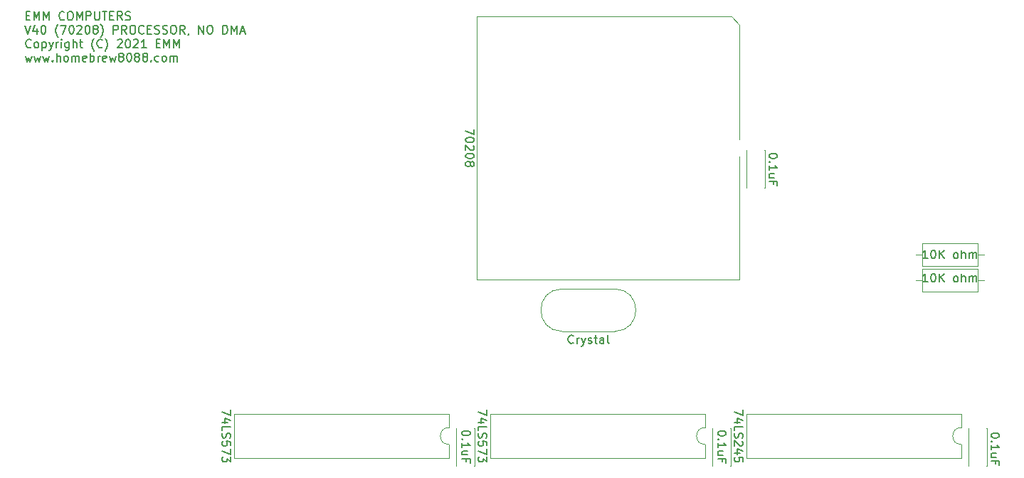
<source format=gbr>
G04 #@! TF.GenerationSoftware,KiCad,Pcbnew,(5.1.8)-1*
G04 #@! TF.CreationDate,2021-11-26T20:48:40-07:00*
G04 #@! TF.ProjectId,V40,5634302e-6b69-4636-9164-5f7063625858,rev?*
G04 #@! TF.SameCoordinates,Original*
G04 #@! TF.FileFunction,Legend,Top*
G04 #@! TF.FilePolarity,Positive*
%FSLAX46Y46*%
G04 Gerber Fmt 4.6, Leading zero omitted, Abs format (unit mm)*
G04 Created by KiCad (PCBNEW (5.1.8)-1) date 2021-11-26 20:48:40*
%MOMM*%
%LPD*%
G01*
G04 APERTURE LIST*
%ADD10C,0.150000*%
%ADD11C,0.120000*%
G04 APERTURE END LIST*
D10*
X55445975Y-60674171D02*
X55779308Y-60674171D01*
X55922165Y-61197980D02*
X55445975Y-61197980D01*
X55445975Y-60197980D01*
X55922165Y-60197980D01*
X56350737Y-61197980D02*
X56350737Y-60197980D01*
X56684070Y-60912266D01*
X57017403Y-60197980D01*
X57017403Y-61197980D01*
X57493594Y-61197980D02*
X57493594Y-60197980D01*
X57826927Y-60912266D01*
X58160260Y-60197980D01*
X58160260Y-61197980D01*
X59969784Y-61102742D02*
X59922165Y-61150361D01*
X59779308Y-61197980D01*
X59684070Y-61197980D01*
X59541213Y-61150361D01*
X59445975Y-61055123D01*
X59398356Y-60959885D01*
X59350737Y-60769409D01*
X59350737Y-60626552D01*
X59398356Y-60436076D01*
X59445975Y-60340838D01*
X59541213Y-60245600D01*
X59684070Y-60197980D01*
X59779308Y-60197980D01*
X59922165Y-60245600D01*
X59969784Y-60293219D01*
X60588832Y-60197980D02*
X60779308Y-60197980D01*
X60874546Y-60245600D01*
X60969784Y-60340838D01*
X61017403Y-60531314D01*
X61017403Y-60864647D01*
X60969784Y-61055123D01*
X60874546Y-61150361D01*
X60779308Y-61197980D01*
X60588832Y-61197980D01*
X60493594Y-61150361D01*
X60398356Y-61055123D01*
X60350737Y-60864647D01*
X60350737Y-60531314D01*
X60398356Y-60340838D01*
X60493594Y-60245600D01*
X60588832Y-60197980D01*
X61445975Y-61197980D02*
X61445975Y-60197980D01*
X61779308Y-60912266D01*
X62112641Y-60197980D01*
X62112641Y-61197980D01*
X62588832Y-61197980D02*
X62588832Y-60197980D01*
X62969784Y-60197980D01*
X63065022Y-60245600D01*
X63112641Y-60293219D01*
X63160260Y-60388457D01*
X63160260Y-60531314D01*
X63112641Y-60626552D01*
X63065022Y-60674171D01*
X62969784Y-60721790D01*
X62588832Y-60721790D01*
X63588832Y-60197980D02*
X63588832Y-61007504D01*
X63636451Y-61102742D01*
X63684070Y-61150361D01*
X63779308Y-61197980D01*
X63969784Y-61197980D01*
X64065022Y-61150361D01*
X64112641Y-61102742D01*
X64160260Y-61007504D01*
X64160260Y-60197980D01*
X64493594Y-60197980D02*
X65065022Y-60197980D01*
X64779308Y-61197980D02*
X64779308Y-60197980D01*
X65398356Y-60674171D02*
X65731689Y-60674171D01*
X65874546Y-61197980D02*
X65398356Y-61197980D01*
X65398356Y-60197980D01*
X65874546Y-60197980D01*
X66874546Y-61197980D02*
X66541213Y-60721790D01*
X66303118Y-61197980D02*
X66303118Y-60197980D01*
X66684070Y-60197980D01*
X66779308Y-60245600D01*
X66826927Y-60293219D01*
X66874546Y-60388457D01*
X66874546Y-60531314D01*
X66826927Y-60626552D01*
X66779308Y-60674171D01*
X66684070Y-60721790D01*
X66303118Y-60721790D01*
X67255499Y-61150361D02*
X67398356Y-61197980D01*
X67636451Y-61197980D01*
X67731689Y-61150361D01*
X67779308Y-61102742D01*
X67826927Y-61007504D01*
X67826927Y-60912266D01*
X67779308Y-60817028D01*
X67731689Y-60769409D01*
X67636451Y-60721790D01*
X67445975Y-60674171D01*
X67350737Y-60626552D01*
X67303118Y-60578933D01*
X67255499Y-60483695D01*
X67255499Y-60388457D01*
X67303118Y-60293219D01*
X67350737Y-60245600D01*
X67445975Y-60197980D01*
X67684070Y-60197980D01*
X67826927Y-60245600D01*
X55303118Y-61847980D02*
X55636451Y-62847980D01*
X55969784Y-61847980D01*
X56731689Y-62181314D02*
X56731689Y-62847980D01*
X56493594Y-61800361D02*
X56255499Y-62514647D01*
X56874546Y-62514647D01*
X57445975Y-61847980D02*
X57541213Y-61847980D01*
X57636451Y-61895600D01*
X57684070Y-61943219D01*
X57731689Y-62038457D01*
X57779308Y-62228933D01*
X57779308Y-62467028D01*
X57731689Y-62657504D01*
X57684070Y-62752742D01*
X57636451Y-62800361D01*
X57541213Y-62847980D01*
X57445975Y-62847980D01*
X57350737Y-62800361D01*
X57303118Y-62752742D01*
X57255499Y-62657504D01*
X57207880Y-62467028D01*
X57207880Y-62228933D01*
X57255499Y-62038457D01*
X57303118Y-61943219D01*
X57350737Y-61895600D01*
X57445975Y-61847980D01*
X59255499Y-63228933D02*
X59207880Y-63181314D01*
X59112641Y-63038457D01*
X59065022Y-62943219D01*
X59017403Y-62800361D01*
X58969784Y-62562266D01*
X58969784Y-62371790D01*
X59017403Y-62133695D01*
X59065022Y-61990838D01*
X59112641Y-61895600D01*
X59207880Y-61752742D01*
X59255499Y-61705123D01*
X59541213Y-61847980D02*
X60207880Y-61847980D01*
X59779308Y-62847980D01*
X60779308Y-61847980D02*
X60874546Y-61847980D01*
X60969784Y-61895600D01*
X61017403Y-61943219D01*
X61065022Y-62038457D01*
X61112641Y-62228933D01*
X61112641Y-62467028D01*
X61065022Y-62657504D01*
X61017403Y-62752742D01*
X60969784Y-62800361D01*
X60874546Y-62847980D01*
X60779308Y-62847980D01*
X60684070Y-62800361D01*
X60636451Y-62752742D01*
X60588832Y-62657504D01*
X60541213Y-62467028D01*
X60541213Y-62228933D01*
X60588832Y-62038457D01*
X60636451Y-61943219D01*
X60684070Y-61895600D01*
X60779308Y-61847980D01*
X61493594Y-61943219D02*
X61541213Y-61895600D01*
X61636451Y-61847980D01*
X61874546Y-61847980D01*
X61969784Y-61895600D01*
X62017403Y-61943219D01*
X62065022Y-62038457D01*
X62065022Y-62133695D01*
X62017403Y-62276552D01*
X61445975Y-62847980D01*
X62065022Y-62847980D01*
X62684070Y-61847980D02*
X62779308Y-61847980D01*
X62874546Y-61895600D01*
X62922165Y-61943219D01*
X62969784Y-62038457D01*
X63017403Y-62228933D01*
X63017403Y-62467028D01*
X62969784Y-62657504D01*
X62922165Y-62752742D01*
X62874546Y-62800361D01*
X62779308Y-62847980D01*
X62684070Y-62847980D01*
X62588832Y-62800361D01*
X62541213Y-62752742D01*
X62493594Y-62657504D01*
X62445975Y-62467028D01*
X62445975Y-62228933D01*
X62493594Y-62038457D01*
X62541213Y-61943219D01*
X62588832Y-61895600D01*
X62684070Y-61847980D01*
X63588832Y-62276552D02*
X63493594Y-62228933D01*
X63445975Y-62181314D01*
X63398356Y-62086076D01*
X63398356Y-62038457D01*
X63445975Y-61943219D01*
X63493594Y-61895600D01*
X63588832Y-61847980D01*
X63779308Y-61847980D01*
X63874546Y-61895600D01*
X63922165Y-61943219D01*
X63969784Y-62038457D01*
X63969784Y-62086076D01*
X63922165Y-62181314D01*
X63874546Y-62228933D01*
X63779308Y-62276552D01*
X63588832Y-62276552D01*
X63493594Y-62324171D01*
X63445975Y-62371790D01*
X63398356Y-62467028D01*
X63398356Y-62657504D01*
X63445975Y-62752742D01*
X63493594Y-62800361D01*
X63588832Y-62847980D01*
X63779308Y-62847980D01*
X63874546Y-62800361D01*
X63922165Y-62752742D01*
X63969784Y-62657504D01*
X63969784Y-62467028D01*
X63922165Y-62371790D01*
X63874546Y-62324171D01*
X63779308Y-62276552D01*
X64303118Y-63228933D02*
X64350737Y-63181314D01*
X64445975Y-63038457D01*
X64493594Y-62943219D01*
X64541213Y-62800361D01*
X64588832Y-62562266D01*
X64588832Y-62371790D01*
X64541213Y-62133695D01*
X64493594Y-61990838D01*
X64445975Y-61895600D01*
X64350737Y-61752742D01*
X64303118Y-61705123D01*
X65826927Y-62847980D02*
X65826927Y-61847980D01*
X66207880Y-61847980D01*
X66303118Y-61895600D01*
X66350737Y-61943219D01*
X66398356Y-62038457D01*
X66398356Y-62181314D01*
X66350737Y-62276552D01*
X66303118Y-62324171D01*
X66207880Y-62371790D01*
X65826927Y-62371790D01*
X67398356Y-62847980D02*
X67065022Y-62371790D01*
X66826927Y-62847980D02*
X66826927Y-61847980D01*
X67207880Y-61847980D01*
X67303118Y-61895600D01*
X67350737Y-61943219D01*
X67398356Y-62038457D01*
X67398356Y-62181314D01*
X67350737Y-62276552D01*
X67303118Y-62324171D01*
X67207880Y-62371790D01*
X66826927Y-62371790D01*
X68017403Y-61847980D02*
X68207880Y-61847980D01*
X68303118Y-61895600D01*
X68398356Y-61990838D01*
X68445975Y-62181314D01*
X68445975Y-62514647D01*
X68398356Y-62705123D01*
X68303118Y-62800361D01*
X68207880Y-62847980D01*
X68017403Y-62847980D01*
X67922165Y-62800361D01*
X67826927Y-62705123D01*
X67779308Y-62514647D01*
X67779308Y-62181314D01*
X67826927Y-61990838D01*
X67922165Y-61895600D01*
X68017403Y-61847980D01*
X69445975Y-62752742D02*
X69398356Y-62800361D01*
X69255499Y-62847980D01*
X69160260Y-62847980D01*
X69017403Y-62800361D01*
X68922165Y-62705123D01*
X68874546Y-62609885D01*
X68826927Y-62419409D01*
X68826927Y-62276552D01*
X68874546Y-62086076D01*
X68922165Y-61990838D01*
X69017403Y-61895600D01*
X69160260Y-61847980D01*
X69255499Y-61847980D01*
X69398356Y-61895600D01*
X69445975Y-61943219D01*
X69874546Y-62324171D02*
X70207880Y-62324171D01*
X70350737Y-62847980D02*
X69874546Y-62847980D01*
X69874546Y-61847980D01*
X70350737Y-61847980D01*
X70731689Y-62800361D02*
X70874546Y-62847980D01*
X71112641Y-62847980D01*
X71207880Y-62800361D01*
X71255499Y-62752742D01*
X71303118Y-62657504D01*
X71303118Y-62562266D01*
X71255499Y-62467028D01*
X71207880Y-62419409D01*
X71112641Y-62371790D01*
X70922165Y-62324171D01*
X70826927Y-62276552D01*
X70779308Y-62228933D01*
X70731689Y-62133695D01*
X70731689Y-62038457D01*
X70779308Y-61943219D01*
X70826927Y-61895600D01*
X70922165Y-61847980D01*
X71160260Y-61847980D01*
X71303118Y-61895600D01*
X71684070Y-62800361D02*
X71826927Y-62847980D01*
X72065022Y-62847980D01*
X72160260Y-62800361D01*
X72207880Y-62752742D01*
X72255499Y-62657504D01*
X72255499Y-62562266D01*
X72207880Y-62467028D01*
X72160260Y-62419409D01*
X72065022Y-62371790D01*
X71874546Y-62324171D01*
X71779308Y-62276552D01*
X71731689Y-62228933D01*
X71684070Y-62133695D01*
X71684070Y-62038457D01*
X71731689Y-61943219D01*
X71779308Y-61895600D01*
X71874546Y-61847980D01*
X72112641Y-61847980D01*
X72255499Y-61895600D01*
X72874546Y-61847980D02*
X73065022Y-61847980D01*
X73160260Y-61895600D01*
X73255499Y-61990838D01*
X73303118Y-62181314D01*
X73303118Y-62514647D01*
X73255499Y-62705123D01*
X73160260Y-62800361D01*
X73065022Y-62847980D01*
X72874546Y-62847980D01*
X72779308Y-62800361D01*
X72684070Y-62705123D01*
X72636451Y-62514647D01*
X72636451Y-62181314D01*
X72684070Y-61990838D01*
X72779308Y-61895600D01*
X72874546Y-61847980D01*
X74303118Y-62847980D02*
X73969784Y-62371790D01*
X73731689Y-62847980D02*
X73731689Y-61847980D01*
X74112641Y-61847980D01*
X74207880Y-61895600D01*
X74255499Y-61943219D01*
X74303118Y-62038457D01*
X74303118Y-62181314D01*
X74255499Y-62276552D01*
X74207880Y-62324171D01*
X74112641Y-62371790D01*
X73731689Y-62371790D01*
X74779308Y-62800361D02*
X74779308Y-62847980D01*
X74731689Y-62943219D01*
X74684070Y-62990838D01*
X75969784Y-62847980D02*
X75969784Y-61847980D01*
X76541213Y-62847980D01*
X76541213Y-61847980D01*
X77207880Y-61847980D02*
X77398356Y-61847980D01*
X77493594Y-61895600D01*
X77588832Y-61990838D01*
X77636451Y-62181314D01*
X77636451Y-62514647D01*
X77588832Y-62705123D01*
X77493594Y-62800361D01*
X77398356Y-62847980D01*
X77207880Y-62847980D01*
X77112641Y-62800361D01*
X77017403Y-62705123D01*
X76969784Y-62514647D01*
X76969784Y-62181314D01*
X77017403Y-61990838D01*
X77112641Y-61895600D01*
X77207880Y-61847980D01*
X78826927Y-62847980D02*
X78826927Y-61847980D01*
X79065022Y-61847980D01*
X79207880Y-61895600D01*
X79303118Y-61990838D01*
X79350737Y-62086076D01*
X79398356Y-62276552D01*
X79398356Y-62419409D01*
X79350737Y-62609885D01*
X79303118Y-62705123D01*
X79207880Y-62800361D01*
X79065022Y-62847980D01*
X78826927Y-62847980D01*
X79826927Y-62847980D02*
X79826927Y-61847980D01*
X80160260Y-62562266D01*
X80493594Y-61847980D01*
X80493594Y-62847980D01*
X80922165Y-62562266D02*
X81398356Y-62562266D01*
X80826927Y-62847980D02*
X81160260Y-61847980D01*
X81493594Y-62847980D01*
X56017403Y-64402742D02*
X55969784Y-64450361D01*
X55826927Y-64497980D01*
X55731689Y-64497980D01*
X55588832Y-64450361D01*
X55493594Y-64355123D01*
X55445975Y-64259885D01*
X55398356Y-64069409D01*
X55398356Y-63926552D01*
X55445975Y-63736076D01*
X55493594Y-63640838D01*
X55588832Y-63545600D01*
X55731689Y-63497980D01*
X55826927Y-63497980D01*
X55969784Y-63545600D01*
X56017403Y-63593219D01*
X56588832Y-64497980D02*
X56493594Y-64450361D01*
X56445975Y-64402742D01*
X56398356Y-64307504D01*
X56398356Y-64021790D01*
X56445975Y-63926552D01*
X56493594Y-63878933D01*
X56588832Y-63831314D01*
X56731689Y-63831314D01*
X56826927Y-63878933D01*
X56874546Y-63926552D01*
X56922165Y-64021790D01*
X56922165Y-64307504D01*
X56874546Y-64402742D01*
X56826927Y-64450361D01*
X56731689Y-64497980D01*
X56588832Y-64497980D01*
X57350737Y-63831314D02*
X57350737Y-64831314D01*
X57350737Y-63878933D02*
X57445975Y-63831314D01*
X57636451Y-63831314D01*
X57731689Y-63878933D01*
X57779308Y-63926552D01*
X57826927Y-64021790D01*
X57826927Y-64307504D01*
X57779308Y-64402742D01*
X57731689Y-64450361D01*
X57636451Y-64497980D01*
X57445975Y-64497980D01*
X57350737Y-64450361D01*
X58160260Y-63831314D02*
X58398356Y-64497980D01*
X58636451Y-63831314D02*
X58398356Y-64497980D01*
X58303118Y-64736076D01*
X58255499Y-64783695D01*
X58160260Y-64831314D01*
X59017403Y-64497980D02*
X59017403Y-63831314D01*
X59017403Y-64021790D02*
X59065022Y-63926552D01*
X59112641Y-63878933D01*
X59207880Y-63831314D01*
X59303118Y-63831314D01*
X59636451Y-64497980D02*
X59636451Y-63831314D01*
X59636451Y-63497980D02*
X59588832Y-63545600D01*
X59636451Y-63593219D01*
X59684070Y-63545600D01*
X59636451Y-63497980D01*
X59636451Y-63593219D01*
X60541213Y-63831314D02*
X60541213Y-64640838D01*
X60493594Y-64736076D01*
X60445975Y-64783695D01*
X60350737Y-64831314D01*
X60207880Y-64831314D01*
X60112641Y-64783695D01*
X60541213Y-64450361D02*
X60445975Y-64497980D01*
X60255499Y-64497980D01*
X60160260Y-64450361D01*
X60112641Y-64402742D01*
X60065022Y-64307504D01*
X60065022Y-64021790D01*
X60112641Y-63926552D01*
X60160260Y-63878933D01*
X60255499Y-63831314D01*
X60445975Y-63831314D01*
X60541213Y-63878933D01*
X61017403Y-64497980D02*
X61017403Y-63497980D01*
X61445975Y-64497980D02*
X61445975Y-63974171D01*
X61398356Y-63878933D01*
X61303118Y-63831314D01*
X61160260Y-63831314D01*
X61065022Y-63878933D01*
X61017403Y-63926552D01*
X61779308Y-63831314D02*
X62160260Y-63831314D01*
X61922165Y-63497980D02*
X61922165Y-64355123D01*
X61969784Y-64450361D01*
X62065022Y-64497980D01*
X62160260Y-64497980D01*
X63541213Y-64878933D02*
X63493594Y-64831314D01*
X63398356Y-64688457D01*
X63350737Y-64593219D01*
X63303118Y-64450361D01*
X63255499Y-64212266D01*
X63255499Y-64021790D01*
X63303118Y-63783695D01*
X63350737Y-63640838D01*
X63398356Y-63545600D01*
X63493594Y-63402742D01*
X63541213Y-63355123D01*
X64493594Y-64402742D02*
X64445975Y-64450361D01*
X64303118Y-64497980D01*
X64207880Y-64497980D01*
X64065022Y-64450361D01*
X63969784Y-64355123D01*
X63922165Y-64259885D01*
X63874546Y-64069409D01*
X63874546Y-63926552D01*
X63922165Y-63736076D01*
X63969784Y-63640838D01*
X64065022Y-63545600D01*
X64207880Y-63497980D01*
X64303118Y-63497980D01*
X64445975Y-63545600D01*
X64493594Y-63593219D01*
X64826927Y-64878933D02*
X64874546Y-64831314D01*
X64969784Y-64688457D01*
X65017403Y-64593219D01*
X65065022Y-64450361D01*
X65112641Y-64212266D01*
X65112641Y-64021790D01*
X65065022Y-63783695D01*
X65017403Y-63640838D01*
X64969784Y-63545600D01*
X64874546Y-63402742D01*
X64826927Y-63355123D01*
X66303118Y-63593219D02*
X66350737Y-63545600D01*
X66445975Y-63497980D01*
X66684070Y-63497980D01*
X66779308Y-63545600D01*
X66826927Y-63593219D01*
X66874546Y-63688457D01*
X66874546Y-63783695D01*
X66826927Y-63926552D01*
X66255499Y-64497980D01*
X66874546Y-64497980D01*
X67493594Y-63497980D02*
X67588832Y-63497980D01*
X67684070Y-63545600D01*
X67731689Y-63593219D01*
X67779308Y-63688457D01*
X67826927Y-63878933D01*
X67826927Y-64117028D01*
X67779308Y-64307504D01*
X67731689Y-64402742D01*
X67684070Y-64450361D01*
X67588832Y-64497980D01*
X67493594Y-64497980D01*
X67398356Y-64450361D01*
X67350737Y-64402742D01*
X67303118Y-64307504D01*
X67255499Y-64117028D01*
X67255499Y-63878933D01*
X67303118Y-63688457D01*
X67350737Y-63593219D01*
X67398356Y-63545600D01*
X67493594Y-63497980D01*
X68207880Y-63593219D02*
X68255499Y-63545600D01*
X68350737Y-63497980D01*
X68588832Y-63497980D01*
X68684070Y-63545600D01*
X68731689Y-63593219D01*
X68779308Y-63688457D01*
X68779308Y-63783695D01*
X68731689Y-63926552D01*
X68160260Y-64497980D01*
X68779308Y-64497980D01*
X69731689Y-64497980D02*
X69160260Y-64497980D01*
X69445975Y-64497980D02*
X69445975Y-63497980D01*
X69350737Y-63640838D01*
X69255499Y-63736076D01*
X69160260Y-63783695D01*
X70922165Y-63974171D02*
X71255499Y-63974171D01*
X71398356Y-64497980D02*
X70922165Y-64497980D01*
X70922165Y-63497980D01*
X71398356Y-63497980D01*
X71826927Y-64497980D02*
X71826927Y-63497980D01*
X72160260Y-64212266D01*
X72493594Y-63497980D01*
X72493594Y-64497980D01*
X72969784Y-64497980D02*
X72969784Y-63497980D01*
X73303118Y-64212266D01*
X73636451Y-63497980D01*
X73636451Y-64497980D01*
X55350737Y-65481314D02*
X55541213Y-66147980D01*
X55731689Y-65671790D01*
X55922165Y-66147980D01*
X56112641Y-65481314D01*
X56398356Y-65481314D02*
X56588832Y-66147980D01*
X56779308Y-65671790D01*
X56969784Y-66147980D01*
X57160260Y-65481314D01*
X57445975Y-65481314D02*
X57636451Y-66147980D01*
X57826927Y-65671790D01*
X58017403Y-66147980D01*
X58207880Y-65481314D01*
X58588832Y-66052742D02*
X58636451Y-66100361D01*
X58588832Y-66147980D01*
X58541213Y-66100361D01*
X58588832Y-66052742D01*
X58588832Y-66147980D01*
X59065022Y-66147980D02*
X59065022Y-65147980D01*
X59493594Y-66147980D02*
X59493594Y-65624171D01*
X59445975Y-65528933D01*
X59350737Y-65481314D01*
X59207880Y-65481314D01*
X59112641Y-65528933D01*
X59065022Y-65576552D01*
X60112641Y-66147980D02*
X60017403Y-66100361D01*
X59969784Y-66052742D01*
X59922165Y-65957504D01*
X59922165Y-65671790D01*
X59969784Y-65576552D01*
X60017403Y-65528933D01*
X60112641Y-65481314D01*
X60255499Y-65481314D01*
X60350737Y-65528933D01*
X60398356Y-65576552D01*
X60445975Y-65671790D01*
X60445975Y-65957504D01*
X60398356Y-66052742D01*
X60350737Y-66100361D01*
X60255499Y-66147980D01*
X60112641Y-66147980D01*
X60874546Y-66147980D02*
X60874546Y-65481314D01*
X60874546Y-65576552D02*
X60922165Y-65528933D01*
X61017403Y-65481314D01*
X61160260Y-65481314D01*
X61255499Y-65528933D01*
X61303118Y-65624171D01*
X61303118Y-66147980D01*
X61303118Y-65624171D02*
X61350737Y-65528933D01*
X61445975Y-65481314D01*
X61588832Y-65481314D01*
X61684070Y-65528933D01*
X61731689Y-65624171D01*
X61731689Y-66147980D01*
X62588832Y-66100361D02*
X62493594Y-66147980D01*
X62303118Y-66147980D01*
X62207880Y-66100361D01*
X62160260Y-66005123D01*
X62160260Y-65624171D01*
X62207880Y-65528933D01*
X62303118Y-65481314D01*
X62493594Y-65481314D01*
X62588832Y-65528933D01*
X62636451Y-65624171D01*
X62636451Y-65719409D01*
X62160260Y-65814647D01*
X63065022Y-66147980D02*
X63065022Y-65147980D01*
X63065022Y-65528933D02*
X63160260Y-65481314D01*
X63350737Y-65481314D01*
X63445975Y-65528933D01*
X63493594Y-65576552D01*
X63541213Y-65671790D01*
X63541213Y-65957504D01*
X63493594Y-66052742D01*
X63445975Y-66100361D01*
X63350737Y-66147980D01*
X63160260Y-66147980D01*
X63065022Y-66100361D01*
X63969784Y-66147980D02*
X63969784Y-65481314D01*
X63969784Y-65671790D02*
X64017403Y-65576552D01*
X64065022Y-65528933D01*
X64160260Y-65481314D01*
X64255499Y-65481314D01*
X64969784Y-66100361D02*
X64874546Y-66147980D01*
X64684070Y-66147980D01*
X64588832Y-66100361D01*
X64541213Y-66005123D01*
X64541213Y-65624171D01*
X64588832Y-65528933D01*
X64684070Y-65481314D01*
X64874546Y-65481314D01*
X64969784Y-65528933D01*
X65017403Y-65624171D01*
X65017403Y-65719409D01*
X64541213Y-65814647D01*
X65350737Y-65481314D02*
X65541213Y-66147980D01*
X65731689Y-65671790D01*
X65922165Y-66147980D01*
X66112641Y-65481314D01*
X66636451Y-65576552D02*
X66541213Y-65528933D01*
X66493594Y-65481314D01*
X66445975Y-65386076D01*
X66445975Y-65338457D01*
X66493594Y-65243219D01*
X66541213Y-65195600D01*
X66636451Y-65147980D01*
X66826927Y-65147980D01*
X66922165Y-65195600D01*
X66969784Y-65243219D01*
X67017403Y-65338457D01*
X67017403Y-65386076D01*
X66969784Y-65481314D01*
X66922165Y-65528933D01*
X66826927Y-65576552D01*
X66636451Y-65576552D01*
X66541213Y-65624171D01*
X66493594Y-65671790D01*
X66445975Y-65767028D01*
X66445975Y-65957504D01*
X66493594Y-66052742D01*
X66541213Y-66100361D01*
X66636451Y-66147980D01*
X66826927Y-66147980D01*
X66922165Y-66100361D01*
X66969784Y-66052742D01*
X67017403Y-65957504D01*
X67017403Y-65767028D01*
X66969784Y-65671790D01*
X66922165Y-65624171D01*
X66826927Y-65576552D01*
X67636451Y-65147980D02*
X67731689Y-65147980D01*
X67826927Y-65195600D01*
X67874546Y-65243219D01*
X67922165Y-65338457D01*
X67969784Y-65528933D01*
X67969784Y-65767028D01*
X67922165Y-65957504D01*
X67874546Y-66052742D01*
X67826927Y-66100361D01*
X67731689Y-66147980D01*
X67636451Y-66147980D01*
X67541213Y-66100361D01*
X67493594Y-66052742D01*
X67445975Y-65957504D01*
X67398356Y-65767028D01*
X67398356Y-65528933D01*
X67445975Y-65338457D01*
X67493594Y-65243219D01*
X67541213Y-65195600D01*
X67636451Y-65147980D01*
X68541213Y-65576552D02*
X68445975Y-65528933D01*
X68398356Y-65481314D01*
X68350737Y-65386076D01*
X68350737Y-65338457D01*
X68398356Y-65243219D01*
X68445975Y-65195600D01*
X68541213Y-65147980D01*
X68731689Y-65147980D01*
X68826927Y-65195600D01*
X68874546Y-65243219D01*
X68922165Y-65338457D01*
X68922165Y-65386076D01*
X68874546Y-65481314D01*
X68826927Y-65528933D01*
X68731689Y-65576552D01*
X68541213Y-65576552D01*
X68445975Y-65624171D01*
X68398356Y-65671790D01*
X68350737Y-65767028D01*
X68350737Y-65957504D01*
X68398356Y-66052742D01*
X68445975Y-66100361D01*
X68541213Y-66147980D01*
X68731689Y-66147980D01*
X68826927Y-66100361D01*
X68874546Y-66052742D01*
X68922165Y-65957504D01*
X68922165Y-65767028D01*
X68874546Y-65671790D01*
X68826927Y-65624171D01*
X68731689Y-65576552D01*
X69493594Y-65576552D02*
X69398356Y-65528933D01*
X69350737Y-65481314D01*
X69303118Y-65386076D01*
X69303118Y-65338457D01*
X69350737Y-65243219D01*
X69398356Y-65195600D01*
X69493594Y-65147980D01*
X69684070Y-65147980D01*
X69779308Y-65195600D01*
X69826927Y-65243219D01*
X69874546Y-65338457D01*
X69874546Y-65386076D01*
X69826927Y-65481314D01*
X69779308Y-65528933D01*
X69684070Y-65576552D01*
X69493594Y-65576552D01*
X69398356Y-65624171D01*
X69350737Y-65671790D01*
X69303118Y-65767028D01*
X69303118Y-65957504D01*
X69350737Y-66052742D01*
X69398356Y-66100361D01*
X69493594Y-66147980D01*
X69684070Y-66147980D01*
X69779308Y-66100361D01*
X69826927Y-66052742D01*
X69874546Y-65957504D01*
X69874546Y-65767028D01*
X69826927Y-65671790D01*
X69779308Y-65624171D01*
X69684070Y-65576552D01*
X70303118Y-66052742D02*
X70350737Y-66100361D01*
X70303118Y-66147980D01*
X70255499Y-66100361D01*
X70303118Y-66052742D01*
X70303118Y-66147980D01*
X71207880Y-66100361D02*
X71112641Y-66147980D01*
X70922165Y-66147980D01*
X70826927Y-66100361D01*
X70779308Y-66052742D01*
X70731689Y-65957504D01*
X70731689Y-65671790D01*
X70779308Y-65576552D01*
X70826927Y-65528933D01*
X70922165Y-65481314D01*
X71112641Y-65481314D01*
X71207880Y-65528933D01*
X71779308Y-66147980D02*
X71684070Y-66100361D01*
X71636451Y-66052742D01*
X71588832Y-65957504D01*
X71588832Y-65671790D01*
X71636451Y-65576552D01*
X71684070Y-65528933D01*
X71779308Y-65481314D01*
X71922165Y-65481314D01*
X72017403Y-65528933D01*
X72065022Y-65576552D01*
X72112641Y-65671790D01*
X72112641Y-65957504D01*
X72065022Y-66052742D01*
X72017403Y-66100361D01*
X71922165Y-66147980D01*
X71779308Y-66147980D01*
X72541213Y-66147980D02*
X72541213Y-65481314D01*
X72541213Y-65576552D02*
X72588832Y-65528933D01*
X72684070Y-65481314D01*
X72826927Y-65481314D01*
X72922165Y-65528933D01*
X72969784Y-65624171D01*
X72969784Y-66147980D01*
X72969784Y-65624171D02*
X73017403Y-65528933D01*
X73112641Y-65481314D01*
X73255499Y-65481314D01*
X73350737Y-65528933D01*
X73398356Y-65624171D01*
X73398356Y-66147980D01*
D11*
G04 #@! TO.C,R1*
X162076380Y-90806600D02*
X162076380Y-93546600D01*
X162076380Y-93546600D02*
X168616380Y-93546600D01*
X168616380Y-93546600D02*
X168616380Y-90806600D01*
X168616380Y-90806600D02*
X162076380Y-90806600D01*
X161306380Y-92176600D02*
X162076380Y-92176600D01*
X169386380Y-92176600D02*
X168616380Y-92176600D01*
G04 #@! TO.C,Y1*
X119205380Y-93207600D02*
X125455380Y-93207600D01*
X119205380Y-98257600D02*
X125455380Y-98257600D01*
X125455380Y-98257600D02*
G75*
G03*
X125455380Y-93207600I0J2525000D01*
G01*
X119205380Y-98257600D02*
G75*
G02*
X119205380Y-93207600I0J2525000D01*
G01*
G04 #@! TO.C,R2*
X162076380Y-87758600D02*
X162076380Y-90498600D01*
X162076380Y-90498600D02*
X168616380Y-90498600D01*
X168616380Y-90498600D02*
X168616380Y-87758600D01*
X168616380Y-87758600D02*
X162076380Y-87758600D01*
X161306380Y-89128600D02*
X162076380Y-89128600D01*
X169386380Y-89128600D02*
X168616380Y-89128600D01*
G04 #@! TO.C,U4*
X166676380Y-109718600D02*
X166676380Y-108068600D01*
X166676380Y-108068600D02*
X141156380Y-108068600D01*
X141156380Y-108068600D02*
X141156380Y-113368600D01*
X141156380Y-113368600D02*
X166676380Y-113368600D01*
X166676380Y-113368600D02*
X166676380Y-111718600D01*
X166676380Y-111718600D02*
G75*
G02*
X166676380Y-109718600I0J1000000D01*
G01*
G04 #@! TO.C,U3*
X136196380Y-109718600D02*
X136196380Y-108068600D01*
X136196380Y-108068600D02*
X110676380Y-108068600D01*
X110676380Y-108068600D02*
X110676380Y-113368600D01*
X110676380Y-113368600D02*
X136196380Y-113368600D01*
X136196380Y-113368600D02*
X136196380Y-111718600D01*
X136196380Y-111718600D02*
G75*
G02*
X136196380Y-109718600I0J1000000D01*
G01*
G04 #@! TO.C,U2*
X105716380Y-109718600D02*
X105716380Y-108068600D01*
X105716380Y-108068600D02*
X80196380Y-108068600D01*
X80196380Y-108068600D02*
X80196380Y-113368600D01*
X80196380Y-113368600D02*
X105716380Y-113368600D01*
X105716380Y-113368600D02*
X105716380Y-111718600D01*
X105716380Y-111718600D02*
G75*
G02*
X105716380Y-109718600I0J1000000D01*
G01*
G04 #@! TO.C,U1*
X140331380Y-75428600D02*
X140331380Y-61803600D01*
X140331380Y-61803600D02*
X139331380Y-60803600D01*
X139331380Y-60803600D02*
X109081380Y-60803600D01*
X109081380Y-60803600D02*
X109081380Y-92053600D01*
X109081380Y-92053600D02*
X140331380Y-92053600D01*
X140331380Y-92053600D02*
X140331380Y-77428600D01*
G04 #@! TO.C,C4*
X169718380Y-109758600D02*
X169718380Y-114298600D01*
X167578380Y-109758600D02*
X167578380Y-114298600D01*
X169718380Y-109758600D02*
X169703380Y-109758600D01*
X167593380Y-109758600D02*
X167578380Y-109758600D01*
X169718380Y-114298600D02*
X169703380Y-114298600D01*
X167593380Y-114298600D02*
X167578380Y-114298600D01*
G04 #@! TO.C,C3*
X139238380Y-109758600D02*
X139238380Y-114298600D01*
X137098380Y-109758600D02*
X137098380Y-114298600D01*
X139238380Y-109758600D02*
X139223380Y-109758600D01*
X137113380Y-109758600D02*
X137098380Y-109758600D01*
X139238380Y-114298600D02*
X139223380Y-114298600D01*
X137113380Y-114298600D02*
X137098380Y-114298600D01*
G04 #@! TO.C,C2*
X108758380Y-109758600D02*
X108758380Y-114298600D01*
X106618380Y-109758600D02*
X106618380Y-114298600D01*
X108758380Y-109758600D02*
X108743380Y-109758600D01*
X106633380Y-109758600D02*
X106618380Y-109758600D01*
X108758380Y-114298600D02*
X108743380Y-114298600D01*
X106633380Y-114298600D02*
X106618380Y-114298600D01*
G04 #@! TO.C,C1*
X141162380Y-81198600D02*
X141162380Y-76658600D01*
X143302380Y-81198600D02*
X143302380Y-76658600D01*
X141162380Y-81198600D02*
X141177380Y-81198600D01*
X143287380Y-81198600D02*
X143302380Y-81198600D01*
X141162380Y-76658600D02*
X141177380Y-76658600D01*
X143287380Y-76658600D02*
X143302380Y-76658600D01*
G04 #@! TO.C,R1*
D10*
X162703522Y-92374980D02*
X162132094Y-92374980D01*
X162417808Y-92374980D02*
X162417808Y-91374980D01*
X162322570Y-91517838D01*
X162227332Y-91613076D01*
X162132094Y-91660695D01*
X163322570Y-91374980D02*
X163417808Y-91374980D01*
X163513046Y-91422600D01*
X163560665Y-91470219D01*
X163608284Y-91565457D01*
X163655903Y-91755933D01*
X163655903Y-91994028D01*
X163608284Y-92184504D01*
X163560665Y-92279742D01*
X163513046Y-92327361D01*
X163417808Y-92374980D01*
X163322570Y-92374980D01*
X163227332Y-92327361D01*
X163179713Y-92279742D01*
X163132094Y-92184504D01*
X163084475Y-91994028D01*
X163084475Y-91755933D01*
X163132094Y-91565457D01*
X163179713Y-91470219D01*
X163227332Y-91422600D01*
X163322570Y-91374980D01*
X164084475Y-92374980D02*
X164084475Y-91374980D01*
X164655903Y-92374980D02*
X164227332Y-91803552D01*
X164655903Y-91374980D02*
X164084475Y-91946409D01*
X165989237Y-92374980D02*
X165893999Y-92327361D01*
X165846380Y-92279742D01*
X165798760Y-92184504D01*
X165798760Y-91898790D01*
X165846380Y-91803552D01*
X165893999Y-91755933D01*
X165989237Y-91708314D01*
X166132094Y-91708314D01*
X166227332Y-91755933D01*
X166274951Y-91803552D01*
X166322570Y-91898790D01*
X166322570Y-92184504D01*
X166274951Y-92279742D01*
X166227332Y-92327361D01*
X166132094Y-92374980D01*
X165989237Y-92374980D01*
X166751141Y-92374980D02*
X166751141Y-91374980D01*
X167179713Y-92374980D02*
X167179713Y-91851171D01*
X167132094Y-91755933D01*
X167036856Y-91708314D01*
X166893999Y-91708314D01*
X166798760Y-91755933D01*
X166751141Y-91803552D01*
X167655903Y-92374980D02*
X167655903Y-91708314D01*
X167655903Y-91803552D02*
X167703522Y-91755933D01*
X167798760Y-91708314D01*
X167941618Y-91708314D01*
X168036856Y-91755933D01*
X168084475Y-91851171D01*
X168084475Y-92374980D01*
X168084475Y-91851171D02*
X168132094Y-91755933D01*
X168227332Y-91708314D01*
X168370189Y-91708314D01*
X168465427Y-91755933D01*
X168513046Y-91851171D01*
X168513046Y-92374980D01*
G04 #@! TO.C,Y1*
X120544665Y-99614742D02*
X120497046Y-99662361D01*
X120354189Y-99709980D01*
X120258951Y-99709980D01*
X120116094Y-99662361D01*
X120020856Y-99567123D01*
X119973237Y-99471885D01*
X119925618Y-99281409D01*
X119925618Y-99138552D01*
X119973237Y-98948076D01*
X120020856Y-98852838D01*
X120116094Y-98757600D01*
X120258951Y-98709980D01*
X120354189Y-98709980D01*
X120497046Y-98757600D01*
X120544665Y-98805219D01*
X120973237Y-99709980D02*
X120973237Y-99043314D01*
X120973237Y-99233790D02*
X121020856Y-99138552D01*
X121068475Y-99090933D01*
X121163713Y-99043314D01*
X121258951Y-99043314D01*
X121497046Y-99043314D02*
X121735141Y-99709980D01*
X121973237Y-99043314D02*
X121735141Y-99709980D01*
X121639903Y-99948076D01*
X121592284Y-99995695D01*
X121497046Y-100043314D01*
X122306570Y-99662361D02*
X122401808Y-99709980D01*
X122592284Y-99709980D01*
X122687522Y-99662361D01*
X122735141Y-99567123D01*
X122735141Y-99519504D01*
X122687522Y-99424266D01*
X122592284Y-99376647D01*
X122449427Y-99376647D01*
X122354189Y-99329028D01*
X122306570Y-99233790D01*
X122306570Y-99186171D01*
X122354189Y-99090933D01*
X122449427Y-99043314D01*
X122592284Y-99043314D01*
X122687522Y-99090933D01*
X123020856Y-99043314D02*
X123401808Y-99043314D01*
X123163713Y-98709980D02*
X123163713Y-99567123D01*
X123211332Y-99662361D01*
X123306570Y-99709980D01*
X123401808Y-99709980D01*
X124163713Y-99709980D02*
X124163713Y-99186171D01*
X124116094Y-99090933D01*
X124020856Y-99043314D01*
X123830380Y-99043314D01*
X123735141Y-99090933D01*
X124163713Y-99662361D02*
X124068475Y-99709980D01*
X123830380Y-99709980D01*
X123735141Y-99662361D01*
X123687522Y-99567123D01*
X123687522Y-99471885D01*
X123735141Y-99376647D01*
X123830380Y-99329028D01*
X124068475Y-99329028D01*
X124163713Y-99281409D01*
X124782760Y-99709980D02*
X124687522Y-99662361D01*
X124639903Y-99567123D01*
X124639903Y-98709980D01*
G04 #@! TO.C,R2*
X162703522Y-89580980D02*
X162132094Y-89580980D01*
X162417808Y-89580980D02*
X162417808Y-88580980D01*
X162322570Y-88723838D01*
X162227332Y-88819076D01*
X162132094Y-88866695D01*
X163322570Y-88580980D02*
X163417808Y-88580980D01*
X163513046Y-88628600D01*
X163560665Y-88676219D01*
X163608284Y-88771457D01*
X163655903Y-88961933D01*
X163655903Y-89200028D01*
X163608284Y-89390504D01*
X163560665Y-89485742D01*
X163513046Y-89533361D01*
X163417808Y-89580980D01*
X163322570Y-89580980D01*
X163227332Y-89533361D01*
X163179713Y-89485742D01*
X163132094Y-89390504D01*
X163084475Y-89200028D01*
X163084475Y-88961933D01*
X163132094Y-88771457D01*
X163179713Y-88676219D01*
X163227332Y-88628600D01*
X163322570Y-88580980D01*
X164084475Y-89580980D02*
X164084475Y-88580980D01*
X164655903Y-89580980D02*
X164227332Y-89009552D01*
X164655903Y-88580980D02*
X164084475Y-89152409D01*
X165989237Y-89580980D02*
X165893999Y-89533361D01*
X165846380Y-89485742D01*
X165798760Y-89390504D01*
X165798760Y-89104790D01*
X165846380Y-89009552D01*
X165893999Y-88961933D01*
X165989237Y-88914314D01*
X166132094Y-88914314D01*
X166227332Y-88961933D01*
X166274951Y-89009552D01*
X166322570Y-89104790D01*
X166322570Y-89390504D01*
X166274951Y-89485742D01*
X166227332Y-89533361D01*
X166132094Y-89580980D01*
X165989237Y-89580980D01*
X166751141Y-89580980D02*
X166751141Y-88580980D01*
X167179713Y-89580980D02*
X167179713Y-89057171D01*
X167132094Y-88961933D01*
X167036856Y-88914314D01*
X166893999Y-88914314D01*
X166798760Y-88961933D01*
X166751141Y-89009552D01*
X167655903Y-89580980D02*
X167655903Y-88914314D01*
X167655903Y-89009552D02*
X167703522Y-88961933D01*
X167798760Y-88914314D01*
X167941618Y-88914314D01*
X168036856Y-88961933D01*
X168084475Y-89057171D01*
X168084475Y-89580980D01*
X168084475Y-89057171D02*
X168132094Y-88961933D01*
X168227332Y-88914314D01*
X168370189Y-88914314D01*
X168465427Y-88961933D01*
X168513046Y-89057171D01*
X168513046Y-89580980D01*
G04 #@! TO.C,U4*
X140703999Y-107599552D02*
X140703999Y-108266219D01*
X139703999Y-107837647D01*
X140370665Y-109075742D02*
X139703999Y-109075742D01*
X140751618Y-108837647D02*
X140037332Y-108599552D01*
X140037332Y-109218600D01*
X139703999Y-110075742D02*
X139703999Y-109599552D01*
X140703999Y-109599552D01*
X139751618Y-110361457D02*
X139703999Y-110504314D01*
X139703999Y-110742409D01*
X139751618Y-110837647D01*
X139799237Y-110885266D01*
X139894475Y-110932885D01*
X139989713Y-110932885D01*
X140084951Y-110885266D01*
X140132570Y-110837647D01*
X140180189Y-110742409D01*
X140227808Y-110551933D01*
X140275427Y-110456695D01*
X140323046Y-110409076D01*
X140418284Y-110361457D01*
X140513522Y-110361457D01*
X140608760Y-110409076D01*
X140656380Y-110456695D01*
X140703999Y-110551933D01*
X140703999Y-110790028D01*
X140656380Y-110932885D01*
X140608760Y-111313838D02*
X140656380Y-111361457D01*
X140703999Y-111456695D01*
X140703999Y-111694790D01*
X140656380Y-111790028D01*
X140608760Y-111837647D01*
X140513522Y-111885266D01*
X140418284Y-111885266D01*
X140275427Y-111837647D01*
X139703999Y-111266219D01*
X139703999Y-111885266D01*
X140370665Y-112742409D02*
X139703999Y-112742409D01*
X140751618Y-112504314D02*
X140037332Y-112266219D01*
X140037332Y-112885266D01*
X140703999Y-113742409D02*
X140703999Y-113266219D01*
X140227808Y-113218600D01*
X140275427Y-113266219D01*
X140323046Y-113361457D01*
X140323046Y-113599552D01*
X140275427Y-113694790D01*
X140227808Y-113742409D01*
X140132570Y-113790028D01*
X139894475Y-113790028D01*
X139799237Y-113742409D01*
X139751618Y-113694790D01*
X139703999Y-113599552D01*
X139703999Y-113361457D01*
X139751618Y-113266219D01*
X139799237Y-113218600D01*
G04 #@! TO.C,U3*
X110223999Y-107599552D02*
X110223999Y-108266219D01*
X109223999Y-107837647D01*
X109890665Y-109075742D02*
X109223999Y-109075742D01*
X110271618Y-108837647D02*
X109557332Y-108599552D01*
X109557332Y-109218600D01*
X109223999Y-110075742D02*
X109223999Y-109599552D01*
X110223999Y-109599552D01*
X109271618Y-110361457D02*
X109223999Y-110504314D01*
X109223999Y-110742409D01*
X109271618Y-110837647D01*
X109319237Y-110885266D01*
X109414475Y-110932885D01*
X109509713Y-110932885D01*
X109604951Y-110885266D01*
X109652570Y-110837647D01*
X109700189Y-110742409D01*
X109747808Y-110551933D01*
X109795427Y-110456695D01*
X109843046Y-110409076D01*
X109938284Y-110361457D01*
X110033522Y-110361457D01*
X110128760Y-110409076D01*
X110176380Y-110456695D01*
X110223999Y-110551933D01*
X110223999Y-110790028D01*
X110176380Y-110932885D01*
X110223999Y-111837647D02*
X110223999Y-111361457D01*
X109747808Y-111313838D01*
X109795427Y-111361457D01*
X109843046Y-111456695D01*
X109843046Y-111694790D01*
X109795427Y-111790028D01*
X109747808Y-111837647D01*
X109652570Y-111885266D01*
X109414475Y-111885266D01*
X109319237Y-111837647D01*
X109271618Y-111790028D01*
X109223999Y-111694790D01*
X109223999Y-111456695D01*
X109271618Y-111361457D01*
X109319237Y-111313838D01*
X110223999Y-112218600D02*
X110223999Y-112885266D01*
X109223999Y-112456695D01*
X110223999Y-113170980D02*
X110223999Y-113790028D01*
X109843046Y-113456695D01*
X109843046Y-113599552D01*
X109795427Y-113694790D01*
X109747808Y-113742409D01*
X109652570Y-113790028D01*
X109414475Y-113790028D01*
X109319237Y-113742409D01*
X109271618Y-113694790D01*
X109223999Y-113599552D01*
X109223999Y-113313838D01*
X109271618Y-113218600D01*
X109319237Y-113170980D01*
G04 #@! TO.C,U2*
X79743999Y-107599552D02*
X79743999Y-108266219D01*
X78743999Y-107837647D01*
X79410665Y-109075742D02*
X78743999Y-109075742D01*
X79791618Y-108837647D02*
X79077332Y-108599552D01*
X79077332Y-109218600D01*
X78743999Y-110075742D02*
X78743999Y-109599552D01*
X79743999Y-109599552D01*
X78791618Y-110361457D02*
X78743999Y-110504314D01*
X78743999Y-110742409D01*
X78791618Y-110837647D01*
X78839237Y-110885266D01*
X78934475Y-110932885D01*
X79029713Y-110932885D01*
X79124951Y-110885266D01*
X79172570Y-110837647D01*
X79220189Y-110742409D01*
X79267808Y-110551933D01*
X79315427Y-110456695D01*
X79363046Y-110409076D01*
X79458284Y-110361457D01*
X79553522Y-110361457D01*
X79648760Y-110409076D01*
X79696380Y-110456695D01*
X79743999Y-110551933D01*
X79743999Y-110790028D01*
X79696380Y-110932885D01*
X79743999Y-111837647D02*
X79743999Y-111361457D01*
X79267808Y-111313838D01*
X79315427Y-111361457D01*
X79363046Y-111456695D01*
X79363046Y-111694790D01*
X79315427Y-111790028D01*
X79267808Y-111837647D01*
X79172570Y-111885266D01*
X78934475Y-111885266D01*
X78839237Y-111837647D01*
X78791618Y-111790028D01*
X78743999Y-111694790D01*
X78743999Y-111456695D01*
X78791618Y-111361457D01*
X78839237Y-111313838D01*
X79743999Y-112218600D02*
X79743999Y-112885266D01*
X78743999Y-112456695D01*
X79743999Y-113170980D02*
X79743999Y-113790028D01*
X79363046Y-113456695D01*
X79363046Y-113599552D01*
X79315427Y-113694790D01*
X79267808Y-113742409D01*
X79172570Y-113790028D01*
X78934475Y-113790028D01*
X78839237Y-113742409D01*
X78791618Y-113694790D01*
X78743999Y-113599552D01*
X78743999Y-113313838D01*
X78791618Y-113218600D01*
X78839237Y-113170980D01*
G04 #@! TO.C,U1*
X108728999Y-74190504D02*
X108728999Y-74857171D01*
X107728999Y-74428600D01*
X108728999Y-75428600D02*
X108728999Y-75523838D01*
X108681380Y-75619076D01*
X108633760Y-75666695D01*
X108538522Y-75714314D01*
X108348046Y-75761933D01*
X108109951Y-75761933D01*
X107919475Y-75714314D01*
X107824237Y-75666695D01*
X107776618Y-75619076D01*
X107728999Y-75523838D01*
X107728999Y-75428600D01*
X107776618Y-75333361D01*
X107824237Y-75285742D01*
X107919475Y-75238123D01*
X108109951Y-75190504D01*
X108348046Y-75190504D01*
X108538522Y-75238123D01*
X108633760Y-75285742D01*
X108681380Y-75333361D01*
X108728999Y-75428600D01*
X108633760Y-76142885D02*
X108681380Y-76190504D01*
X108728999Y-76285742D01*
X108728999Y-76523838D01*
X108681380Y-76619076D01*
X108633760Y-76666695D01*
X108538522Y-76714314D01*
X108443284Y-76714314D01*
X108300427Y-76666695D01*
X107728999Y-76095266D01*
X107728999Y-76714314D01*
X108728999Y-77333361D02*
X108728999Y-77428600D01*
X108681380Y-77523838D01*
X108633760Y-77571457D01*
X108538522Y-77619076D01*
X108348046Y-77666695D01*
X108109951Y-77666695D01*
X107919475Y-77619076D01*
X107824237Y-77571457D01*
X107776618Y-77523838D01*
X107728999Y-77428600D01*
X107728999Y-77333361D01*
X107776618Y-77238123D01*
X107824237Y-77190504D01*
X107919475Y-77142885D01*
X108109951Y-77095266D01*
X108348046Y-77095266D01*
X108538522Y-77142885D01*
X108633760Y-77190504D01*
X108681380Y-77238123D01*
X108728999Y-77333361D01*
X108300427Y-78238123D02*
X108348046Y-78142885D01*
X108395665Y-78095266D01*
X108490903Y-78047647D01*
X108538522Y-78047647D01*
X108633760Y-78095266D01*
X108681380Y-78142885D01*
X108728999Y-78238123D01*
X108728999Y-78428600D01*
X108681380Y-78523838D01*
X108633760Y-78571457D01*
X108538522Y-78619076D01*
X108490903Y-78619076D01*
X108395665Y-78571457D01*
X108348046Y-78523838D01*
X108300427Y-78428600D01*
X108300427Y-78238123D01*
X108252808Y-78142885D01*
X108205189Y-78095266D01*
X108109951Y-78047647D01*
X107919475Y-78047647D01*
X107824237Y-78095266D01*
X107776618Y-78142885D01*
X107728999Y-78238123D01*
X107728999Y-78428600D01*
X107776618Y-78523838D01*
X107824237Y-78571457D01*
X107919475Y-78619076D01*
X108109951Y-78619076D01*
X108205189Y-78571457D01*
X108252808Y-78523838D01*
X108300427Y-78428600D01*
G04 #@! TO.C,C4*
X171227999Y-110599742D02*
X171227999Y-110694980D01*
X171180380Y-110790219D01*
X171132760Y-110837838D01*
X171037522Y-110885457D01*
X170847046Y-110933076D01*
X170608951Y-110933076D01*
X170418475Y-110885457D01*
X170323237Y-110837838D01*
X170275618Y-110790219D01*
X170227999Y-110694980D01*
X170227999Y-110599742D01*
X170275618Y-110504504D01*
X170323237Y-110456885D01*
X170418475Y-110409266D01*
X170608951Y-110361647D01*
X170847046Y-110361647D01*
X171037522Y-110409266D01*
X171132760Y-110456885D01*
X171180380Y-110504504D01*
X171227999Y-110599742D01*
X170323237Y-111361647D02*
X170275618Y-111409266D01*
X170227999Y-111361647D01*
X170275618Y-111314028D01*
X170323237Y-111361647D01*
X170227999Y-111361647D01*
X170227999Y-112361647D02*
X170227999Y-111790219D01*
X170227999Y-112075933D02*
X171227999Y-112075933D01*
X171085141Y-111980695D01*
X170989903Y-111885457D01*
X170942284Y-111790219D01*
X170894665Y-113218790D02*
X170227999Y-113218790D01*
X170894665Y-112790219D02*
X170370856Y-112790219D01*
X170275618Y-112837838D01*
X170227999Y-112933076D01*
X170227999Y-113075933D01*
X170275618Y-113171171D01*
X170323237Y-113218790D01*
X170751808Y-114028314D02*
X170751808Y-113694980D01*
X170227999Y-113694980D02*
X171227999Y-113694980D01*
X171227999Y-114171171D01*
G04 #@! TO.C,C3*
X138715999Y-110345742D02*
X138715999Y-110440980D01*
X138668380Y-110536219D01*
X138620760Y-110583838D01*
X138525522Y-110631457D01*
X138335046Y-110679076D01*
X138096951Y-110679076D01*
X137906475Y-110631457D01*
X137811237Y-110583838D01*
X137763618Y-110536219D01*
X137715999Y-110440980D01*
X137715999Y-110345742D01*
X137763618Y-110250504D01*
X137811237Y-110202885D01*
X137906475Y-110155266D01*
X138096951Y-110107647D01*
X138335046Y-110107647D01*
X138525522Y-110155266D01*
X138620760Y-110202885D01*
X138668380Y-110250504D01*
X138715999Y-110345742D01*
X137811237Y-111107647D02*
X137763618Y-111155266D01*
X137715999Y-111107647D01*
X137763618Y-111060028D01*
X137811237Y-111107647D01*
X137715999Y-111107647D01*
X137715999Y-112107647D02*
X137715999Y-111536219D01*
X137715999Y-111821933D02*
X138715999Y-111821933D01*
X138573141Y-111726695D01*
X138477903Y-111631457D01*
X138430284Y-111536219D01*
X138382665Y-112964790D02*
X137715999Y-112964790D01*
X138382665Y-112536219D02*
X137858856Y-112536219D01*
X137763618Y-112583838D01*
X137715999Y-112679076D01*
X137715999Y-112821933D01*
X137763618Y-112917171D01*
X137811237Y-112964790D01*
X138239808Y-113774314D02*
X138239808Y-113440980D01*
X137715999Y-113440980D02*
X138715999Y-113440980D01*
X138715999Y-113917171D01*
G04 #@! TO.C,C2*
X108269019Y-110335582D02*
X108269019Y-110430820D01*
X108221400Y-110526059D01*
X108173780Y-110573678D01*
X108078542Y-110621297D01*
X107888066Y-110668916D01*
X107649971Y-110668916D01*
X107459495Y-110621297D01*
X107364257Y-110573678D01*
X107316638Y-110526059D01*
X107269019Y-110430820D01*
X107269019Y-110335582D01*
X107316638Y-110240344D01*
X107364257Y-110192725D01*
X107459495Y-110145106D01*
X107649971Y-110097487D01*
X107888066Y-110097487D01*
X108078542Y-110145106D01*
X108173780Y-110192725D01*
X108221400Y-110240344D01*
X108269019Y-110335582D01*
X107364257Y-111097487D02*
X107316638Y-111145106D01*
X107269019Y-111097487D01*
X107316638Y-111049868D01*
X107364257Y-111097487D01*
X107269019Y-111097487D01*
X107269019Y-112097487D02*
X107269019Y-111526059D01*
X107269019Y-111811773D02*
X108269019Y-111811773D01*
X108126161Y-111716535D01*
X108030923Y-111621297D01*
X107983304Y-111526059D01*
X107935685Y-112954630D02*
X107269019Y-112954630D01*
X107935685Y-112526059D02*
X107411876Y-112526059D01*
X107316638Y-112573678D01*
X107269019Y-112668916D01*
X107269019Y-112811773D01*
X107316638Y-112907011D01*
X107364257Y-112954630D01*
X107792828Y-113764154D02*
X107792828Y-113430820D01*
X107269019Y-113430820D02*
X108269019Y-113430820D01*
X108269019Y-113907011D01*
G04 #@! TO.C,C1*
X144811999Y-77325742D02*
X144811999Y-77420980D01*
X144764380Y-77516219D01*
X144716760Y-77563838D01*
X144621522Y-77611457D01*
X144431046Y-77659076D01*
X144192951Y-77659076D01*
X144002475Y-77611457D01*
X143907237Y-77563838D01*
X143859618Y-77516219D01*
X143811999Y-77420980D01*
X143811999Y-77325742D01*
X143859618Y-77230504D01*
X143907237Y-77182885D01*
X144002475Y-77135266D01*
X144192951Y-77087647D01*
X144431046Y-77087647D01*
X144621522Y-77135266D01*
X144716760Y-77182885D01*
X144764380Y-77230504D01*
X144811999Y-77325742D01*
X143907237Y-78087647D02*
X143859618Y-78135266D01*
X143811999Y-78087647D01*
X143859618Y-78040028D01*
X143907237Y-78087647D01*
X143811999Y-78087647D01*
X143811999Y-79087647D02*
X143811999Y-78516219D01*
X143811999Y-78801933D02*
X144811999Y-78801933D01*
X144669141Y-78706695D01*
X144573903Y-78611457D01*
X144526284Y-78516219D01*
X144478665Y-79944790D02*
X143811999Y-79944790D01*
X144478665Y-79516219D02*
X143954856Y-79516219D01*
X143859618Y-79563838D01*
X143811999Y-79659076D01*
X143811999Y-79801933D01*
X143859618Y-79897171D01*
X143907237Y-79944790D01*
X144335808Y-80754314D02*
X144335808Y-80420980D01*
X143811999Y-80420980D02*
X144811999Y-80420980D01*
X144811999Y-80897171D01*
G04 #@! TO.C,*
G04 #@! TD*
M02*

</source>
